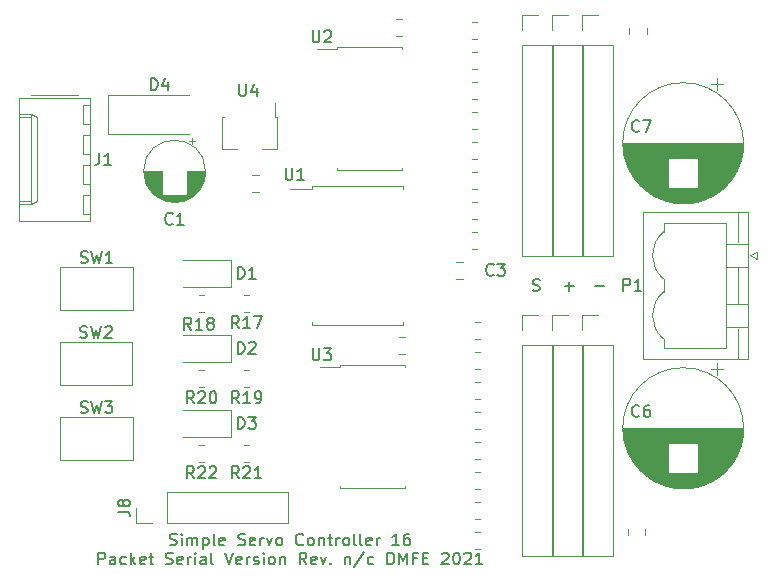
<source format=gto>
%TF.GenerationSoftware,KiCad,Pcbnew,(5.99.0-9393-ga28cb98626)*%
%TF.CreationDate,2021-03-12T19:06:23-08:00*%
%TF.ProjectId,SimpleServoCtrl,53696d70-6c65-4536-9572-766f4374726c,n/c*%
%TF.SameCoordinates,Original*%
%TF.FileFunction,Legend,Top*%
%TF.FilePolarity,Positive*%
%FSLAX46Y46*%
G04 Gerber Fmt 4.6, Leading zero omitted, Abs format (unit mm)*
G04 Created by KiCad (PCBNEW (5.99.0-9393-ga28cb98626)) date 2021-03-12 19:06:23*
%MOMM*%
%LPD*%
G01*
G04 APERTURE LIST*
%ADD10C,0.150000*%
%ADD11C,0.120000*%
G04 APERTURE END LIST*
D10*
X178826047Y-77557428D02*
X179587952Y-77557428D01*
X176286047Y-77557428D02*
X177047952Y-77557428D01*
X176667000Y-77938380D02*
X176667000Y-77176476D01*
X173587285Y-77890761D02*
X173730142Y-77938380D01*
X173968238Y-77938380D01*
X174063476Y-77890761D01*
X174111095Y-77843142D01*
X174158714Y-77747904D01*
X174158714Y-77652666D01*
X174111095Y-77557428D01*
X174063476Y-77509809D01*
X173968238Y-77462190D01*
X173777761Y-77414571D01*
X173682523Y-77366952D01*
X173634904Y-77319333D01*
X173587285Y-77224095D01*
X173587285Y-77128857D01*
X173634904Y-77033619D01*
X173682523Y-76986000D01*
X173777761Y-76938380D01*
X174015857Y-76938380D01*
X174158714Y-76986000D01*
X142854523Y-99437761D02*
X142997380Y-99485380D01*
X143235476Y-99485380D01*
X143330714Y-99437761D01*
X143378333Y-99390142D01*
X143425952Y-99294904D01*
X143425952Y-99199666D01*
X143378333Y-99104428D01*
X143330714Y-99056809D01*
X143235476Y-99009190D01*
X143045000Y-98961571D01*
X142949761Y-98913952D01*
X142902142Y-98866333D01*
X142854523Y-98771095D01*
X142854523Y-98675857D01*
X142902142Y-98580619D01*
X142949761Y-98533000D01*
X143045000Y-98485380D01*
X143283095Y-98485380D01*
X143425952Y-98533000D01*
X143854523Y-99485380D02*
X143854523Y-98818714D01*
X143854523Y-98485380D02*
X143806904Y-98533000D01*
X143854523Y-98580619D01*
X143902142Y-98533000D01*
X143854523Y-98485380D01*
X143854523Y-98580619D01*
X144330714Y-99485380D02*
X144330714Y-98818714D01*
X144330714Y-98913952D02*
X144378333Y-98866333D01*
X144473571Y-98818714D01*
X144616428Y-98818714D01*
X144711666Y-98866333D01*
X144759285Y-98961571D01*
X144759285Y-99485380D01*
X144759285Y-98961571D02*
X144806904Y-98866333D01*
X144902142Y-98818714D01*
X145045000Y-98818714D01*
X145140238Y-98866333D01*
X145187857Y-98961571D01*
X145187857Y-99485380D01*
X145664047Y-98818714D02*
X145664047Y-99818714D01*
X145664047Y-98866333D02*
X145759285Y-98818714D01*
X145949761Y-98818714D01*
X146045000Y-98866333D01*
X146092619Y-98913952D01*
X146140238Y-99009190D01*
X146140238Y-99294904D01*
X146092619Y-99390142D01*
X146045000Y-99437761D01*
X145949761Y-99485380D01*
X145759285Y-99485380D01*
X145664047Y-99437761D01*
X146711666Y-99485380D02*
X146616428Y-99437761D01*
X146568809Y-99342523D01*
X146568809Y-98485380D01*
X147473571Y-99437761D02*
X147378333Y-99485380D01*
X147187857Y-99485380D01*
X147092619Y-99437761D01*
X147045000Y-99342523D01*
X147045000Y-98961571D01*
X147092619Y-98866333D01*
X147187857Y-98818714D01*
X147378333Y-98818714D01*
X147473571Y-98866333D01*
X147521190Y-98961571D01*
X147521190Y-99056809D01*
X147045000Y-99152047D01*
X148664047Y-99437761D02*
X148806904Y-99485380D01*
X149045000Y-99485380D01*
X149140238Y-99437761D01*
X149187857Y-99390142D01*
X149235476Y-99294904D01*
X149235476Y-99199666D01*
X149187857Y-99104428D01*
X149140238Y-99056809D01*
X149045000Y-99009190D01*
X148854523Y-98961571D01*
X148759285Y-98913952D01*
X148711666Y-98866333D01*
X148664047Y-98771095D01*
X148664047Y-98675857D01*
X148711666Y-98580619D01*
X148759285Y-98533000D01*
X148854523Y-98485380D01*
X149092619Y-98485380D01*
X149235476Y-98533000D01*
X150045000Y-99437761D02*
X149949761Y-99485380D01*
X149759285Y-99485380D01*
X149664047Y-99437761D01*
X149616428Y-99342523D01*
X149616428Y-98961571D01*
X149664047Y-98866333D01*
X149759285Y-98818714D01*
X149949761Y-98818714D01*
X150045000Y-98866333D01*
X150092619Y-98961571D01*
X150092619Y-99056809D01*
X149616428Y-99152047D01*
X150521190Y-99485380D02*
X150521190Y-98818714D01*
X150521190Y-99009190D02*
X150568809Y-98913952D01*
X150616428Y-98866333D01*
X150711666Y-98818714D01*
X150806904Y-98818714D01*
X151045000Y-98818714D02*
X151283095Y-99485380D01*
X151521190Y-98818714D01*
X152045000Y-99485380D02*
X151949761Y-99437761D01*
X151902142Y-99390142D01*
X151854523Y-99294904D01*
X151854523Y-99009190D01*
X151902142Y-98913952D01*
X151949761Y-98866333D01*
X152045000Y-98818714D01*
X152187857Y-98818714D01*
X152283095Y-98866333D01*
X152330714Y-98913952D01*
X152378333Y-99009190D01*
X152378333Y-99294904D01*
X152330714Y-99390142D01*
X152283095Y-99437761D01*
X152187857Y-99485380D01*
X152045000Y-99485380D01*
X154140238Y-99390142D02*
X154092619Y-99437761D01*
X153949761Y-99485380D01*
X153854523Y-99485380D01*
X153711666Y-99437761D01*
X153616428Y-99342523D01*
X153568809Y-99247285D01*
X153521190Y-99056809D01*
X153521190Y-98913952D01*
X153568809Y-98723476D01*
X153616428Y-98628238D01*
X153711666Y-98533000D01*
X153854523Y-98485380D01*
X153949761Y-98485380D01*
X154092619Y-98533000D01*
X154140238Y-98580619D01*
X154711666Y-99485380D02*
X154616428Y-99437761D01*
X154568809Y-99390142D01*
X154521190Y-99294904D01*
X154521190Y-99009190D01*
X154568809Y-98913952D01*
X154616428Y-98866333D01*
X154711666Y-98818714D01*
X154854523Y-98818714D01*
X154949761Y-98866333D01*
X154997380Y-98913952D01*
X155045000Y-99009190D01*
X155045000Y-99294904D01*
X154997380Y-99390142D01*
X154949761Y-99437761D01*
X154854523Y-99485380D01*
X154711666Y-99485380D01*
X155473571Y-98818714D02*
X155473571Y-99485380D01*
X155473571Y-98913952D02*
X155521190Y-98866333D01*
X155616428Y-98818714D01*
X155759285Y-98818714D01*
X155854523Y-98866333D01*
X155902142Y-98961571D01*
X155902142Y-99485380D01*
X156235476Y-98818714D02*
X156616428Y-98818714D01*
X156378333Y-98485380D02*
X156378333Y-99342523D01*
X156425952Y-99437761D01*
X156521190Y-99485380D01*
X156616428Y-99485380D01*
X156949761Y-99485380D02*
X156949761Y-98818714D01*
X156949761Y-99009190D02*
X156997380Y-98913952D01*
X157045000Y-98866333D01*
X157140238Y-98818714D01*
X157235476Y-98818714D01*
X157711666Y-99485380D02*
X157616428Y-99437761D01*
X157568809Y-99390142D01*
X157521190Y-99294904D01*
X157521190Y-99009190D01*
X157568809Y-98913952D01*
X157616428Y-98866333D01*
X157711666Y-98818714D01*
X157854523Y-98818714D01*
X157949761Y-98866333D01*
X157997380Y-98913952D01*
X158045000Y-99009190D01*
X158045000Y-99294904D01*
X157997380Y-99390142D01*
X157949761Y-99437761D01*
X157854523Y-99485380D01*
X157711666Y-99485380D01*
X158616428Y-99485380D02*
X158521190Y-99437761D01*
X158473571Y-99342523D01*
X158473571Y-98485380D01*
X159140238Y-99485380D02*
X159045000Y-99437761D01*
X158997380Y-99342523D01*
X158997380Y-98485380D01*
X159902142Y-99437761D02*
X159806904Y-99485380D01*
X159616428Y-99485380D01*
X159521190Y-99437761D01*
X159473571Y-99342523D01*
X159473571Y-98961571D01*
X159521190Y-98866333D01*
X159616428Y-98818714D01*
X159806904Y-98818714D01*
X159902142Y-98866333D01*
X159949761Y-98961571D01*
X159949761Y-99056809D01*
X159473571Y-99152047D01*
X160378333Y-99485380D02*
X160378333Y-98818714D01*
X160378333Y-99009190D02*
X160425952Y-98913952D01*
X160473571Y-98866333D01*
X160568809Y-98818714D01*
X160664047Y-98818714D01*
X162283095Y-99485380D02*
X161711666Y-99485380D01*
X161997380Y-99485380D02*
X161997380Y-98485380D01*
X161902142Y-98628238D01*
X161806904Y-98723476D01*
X161711666Y-98771095D01*
X163140238Y-98485380D02*
X162949761Y-98485380D01*
X162854523Y-98533000D01*
X162806904Y-98580619D01*
X162711666Y-98723476D01*
X162664047Y-98913952D01*
X162664047Y-99294904D01*
X162711666Y-99390142D01*
X162759285Y-99437761D01*
X162854523Y-99485380D01*
X163045000Y-99485380D01*
X163140238Y-99437761D01*
X163187857Y-99390142D01*
X163235476Y-99294904D01*
X163235476Y-99056809D01*
X163187857Y-98961571D01*
X163140238Y-98913952D01*
X163045000Y-98866333D01*
X162854523Y-98866333D01*
X162759285Y-98913952D01*
X162711666Y-98961571D01*
X162664047Y-99056809D01*
X136806904Y-101095380D02*
X136806904Y-100095380D01*
X137187857Y-100095380D01*
X137283095Y-100143000D01*
X137330714Y-100190619D01*
X137378333Y-100285857D01*
X137378333Y-100428714D01*
X137330714Y-100523952D01*
X137283095Y-100571571D01*
X137187857Y-100619190D01*
X136806904Y-100619190D01*
X138235476Y-101095380D02*
X138235476Y-100571571D01*
X138187857Y-100476333D01*
X138092619Y-100428714D01*
X137902142Y-100428714D01*
X137806904Y-100476333D01*
X138235476Y-101047761D02*
X138140238Y-101095380D01*
X137902142Y-101095380D01*
X137806904Y-101047761D01*
X137759285Y-100952523D01*
X137759285Y-100857285D01*
X137806904Y-100762047D01*
X137902142Y-100714428D01*
X138140238Y-100714428D01*
X138235476Y-100666809D01*
X139140238Y-101047761D02*
X139045000Y-101095380D01*
X138854523Y-101095380D01*
X138759285Y-101047761D01*
X138711666Y-101000142D01*
X138664047Y-100904904D01*
X138664047Y-100619190D01*
X138711666Y-100523952D01*
X138759285Y-100476333D01*
X138854523Y-100428714D01*
X139045000Y-100428714D01*
X139140238Y-100476333D01*
X139568809Y-101095380D02*
X139568809Y-100095380D01*
X139664047Y-100714428D02*
X139949761Y-101095380D01*
X139949761Y-100428714D02*
X139568809Y-100809666D01*
X140759285Y-101047761D02*
X140664047Y-101095380D01*
X140473571Y-101095380D01*
X140378333Y-101047761D01*
X140330714Y-100952523D01*
X140330714Y-100571571D01*
X140378333Y-100476333D01*
X140473571Y-100428714D01*
X140664047Y-100428714D01*
X140759285Y-100476333D01*
X140806904Y-100571571D01*
X140806904Y-100666809D01*
X140330714Y-100762047D01*
X141092619Y-100428714D02*
X141473571Y-100428714D01*
X141235476Y-100095380D02*
X141235476Y-100952523D01*
X141283095Y-101047761D01*
X141378333Y-101095380D01*
X141473571Y-101095380D01*
X142521190Y-101047761D02*
X142664047Y-101095380D01*
X142902142Y-101095380D01*
X142997380Y-101047761D01*
X143045000Y-101000142D01*
X143092619Y-100904904D01*
X143092619Y-100809666D01*
X143045000Y-100714428D01*
X142997380Y-100666809D01*
X142902142Y-100619190D01*
X142711666Y-100571571D01*
X142616428Y-100523952D01*
X142568809Y-100476333D01*
X142521190Y-100381095D01*
X142521190Y-100285857D01*
X142568809Y-100190619D01*
X142616428Y-100143000D01*
X142711666Y-100095380D01*
X142949761Y-100095380D01*
X143092619Y-100143000D01*
X143902142Y-101047761D02*
X143806904Y-101095380D01*
X143616428Y-101095380D01*
X143521190Y-101047761D01*
X143473571Y-100952523D01*
X143473571Y-100571571D01*
X143521190Y-100476333D01*
X143616428Y-100428714D01*
X143806904Y-100428714D01*
X143902142Y-100476333D01*
X143949761Y-100571571D01*
X143949761Y-100666809D01*
X143473571Y-100762047D01*
X144378333Y-101095380D02*
X144378333Y-100428714D01*
X144378333Y-100619190D02*
X144425952Y-100523952D01*
X144473571Y-100476333D01*
X144568809Y-100428714D01*
X144664047Y-100428714D01*
X144997380Y-101095380D02*
X144997380Y-100428714D01*
X144997380Y-100095380D02*
X144949761Y-100143000D01*
X144997380Y-100190619D01*
X145045000Y-100143000D01*
X144997380Y-100095380D01*
X144997380Y-100190619D01*
X145902142Y-101095380D02*
X145902142Y-100571571D01*
X145854523Y-100476333D01*
X145759285Y-100428714D01*
X145568809Y-100428714D01*
X145473571Y-100476333D01*
X145902142Y-101047761D02*
X145806904Y-101095380D01*
X145568809Y-101095380D01*
X145473571Y-101047761D01*
X145425952Y-100952523D01*
X145425952Y-100857285D01*
X145473571Y-100762047D01*
X145568809Y-100714428D01*
X145806904Y-100714428D01*
X145902142Y-100666809D01*
X146521190Y-101095380D02*
X146425952Y-101047761D01*
X146378333Y-100952523D01*
X146378333Y-100095380D01*
X147521190Y-100095380D02*
X147854523Y-101095380D01*
X148187857Y-100095380D01*
X148902142Y-101047761D02*
X148806904Y-101095380D01*
X148616428Y-101095380D01*
X148521190Y-101047761D01*
X148473571Y-100952523D01*
X148473571Y-100571571D01*
X148521190Y-100476333D01*
X148616428Y-100428714D01*
X148806904Y-100428714D01*
X148902142Y-100476333D01*
X148949761Y-100571571D01*
X148949761Y-100666809D01*
X148473571Y-100762047D01*
X149378333Y-101095380D02*
X149378333Y-100428714D01*
X149378333Y-100619190D02*
X149425952Y-100523952D01*
X149473571Y-100476333D01*
X149568809Y-100428714D01*
X149664047Y-100428714D01*
X149949761Y-101047761D02*
X150045000Y-101095380D01*
X150235476Y-101095380D01*
X150330714Y-101047761D01*
X150378333Y-100952523D01*
X150378333Y-100904904D01*
X150330714Y-100809666D01*
X150235476Y-100762047D01*
X150092619Y-100762047D01*
X149997380Y-100714428D01*
X149949761Y-100619190D01*
X149949761Y-100571571D01*
X149997380Y-100476333D01*
X150092619Y-100428714D01*
X150235476Y-100428714D01*
X150330714Y-100476333D01*
X150806904Y-101095380D02*
X150806904Y-100428714D01*
X150806904Y-100095380D02*
X150759285Y-100143000D01*
X150806904Y-100190619D01*
X150854523Y-100143000D01*
X150806904Y-100095380D01*
X150806904Y-100190619D01*
X151425952Y-101095380D02*
X151330714Y-101047761D01*
X151283095Y-101000142D01*
X151235476Y-100904904D01*
X151235476Y-100619190D01*
X151283095Y-100523952D01*
X151330714Y-100476333D01*
X151425952Y-100428714D01*
X151568809Y-100428714D01*
X151664047Y-100476333D01*
X151711666Y-100523952D01*
X151759285Y-100619190D01*
X151759285Y-100904904D01*
X151711666Y-101000142D01*
X151664047Y-101047761D01*
X151568809Y-101095380D01*
X151425952Y-101095380D01*
X152187857Y-100428714D02*
X152187857Y-101095380D01*
X152187857Y-100523952D02*
X152235476Y-100476333D01*
X152330714Y-100428714D01*
X152473571Y-100428714D01*
X152568809Y-100476333D01*
X152616428Y-100571571D01*
X152616428Y-101095380D01*
X154425952Y-101095380D02*
X154092619Y-100619190D01*
X153854523Y-101095380D02*
X153854523Y-100095380D01*
X154235476Y-100095380D01*
X154330714Y-100143000D01*
X154378333Y-100190619D01*
X154425952Y-100285857D01*
X154425952Y-100428714D01*
X154378333Y-100523952D01*
X154330714Y-100571571D01*
X154235476Y-100619190D01*
X153854523Y-100619190D01*
X155235476Y-101047761D02*
X155140238Y-101095380D01*
X154949761Y-101095380D01*
X154854523Y-101047761D01*
X154806904Y-100952523D01*
X154806904Y-100571571D01*
X154854523Y-100476333D01*
X154949761Y-100428714D01*
X155140238Y-100428714D01*
X155235476Y-100476333D01*
X155283095Y-100571571D01*
X155283095Y-100666809D01*
X154806904Y-100762047D01*
X155616428Y-100428714D02*
X155854523Y-101095380D01*
X156092619Y-100428714D01*
X156473571Y-101000142D02*
X156521190Y-101047761D01*
X156473571Y-101095380D01*
X156425952Y-101047761D01*
X156473571Y-101000142D01*
X156473571Y-101095380D01*
X157711666Y-100428714D02*
X157711666Y-101095380D01*
X157711666Y-100523952D02*
X157759285Y-100476333D01*
X157854523Y-100428714D01*
X157997380Y-100428714D01*
X158092619Y-100476333D01*
X158140238Y-100571571D01*
X158140238Y-101095380D01*
X159330714Y-100047761D02*
X158473571Y-101333476D01*
X160092619Y-101047761D02*
X159997380Y-101095380D01*
X159806904Y-101095380D01*
X159711666Y-101047761D01*
X159664047Y-101000142D01*
X159616428Y-100904904D01*
X159616428Y-100619190D01*
X159664047Y-100523952D01*
X159711666Y-100476333D01*
X159806904Y-100428714D01*
X159997380Y-100428714D01*
X160092619Y-100476333D01*
X161283095Y-101095380D02*
X161283095Y-100095380D01*
X161521190Y-100095380D01*
X161664047Y-100143000D01*
X161759285Y-100238238D01*
X161806904Y-100333476D01*
X161854523Y-100523952D01*
X161854523Y-100666809D01*
X161806904Y-100857285D01*
X161759285Y-100952523D01*
X161664047Y-101047761D01*
X161521190Y-101095380D01*
X161283095Y-101095380D01*
X162283095Y-101095380D02*
X162283095Y-100095380D01*
X162616428Y-100809666D01*
X162949761Y-100095380D01*
X162949761Y-101095380D01*
X163759285Y-100571571D02*
X163425952Y-100571571D01*
X163425952Y-101095380D02*
X163425952Y-100095380D01*
X163902142Y-100095380D01*
X164283095Y-100571571D02*
X164616428Y-100571571D01*
X164759285Y-101095380D02*
X164283095Y-101095380D01*
X164283095Y-100095380D01*
X164759285Y-100095380D01*
X165902142Y-100190619D02*
X165949761Y-100143000D01*
X166045000Y-100095380D01*
X166283095Y-100095380D01*
X166378333Y-100143000D01*
X166425952Y-100190619D01*
X166473571Y-100285857D01*
X166473571Y-100381095D01*
X166425952Y-100523952D01*
X165854523Y-101095380D01*
X166473571Y-101095380D01*
X167092619Y-100095380D02*
X167187857Y-100095380D01*
X167283095Y-100143000D01*
X167330714Y-100190619D01*
X167378333Y-100285857D01*
X167425952Y-100476333D01*
X167425952Y-100714428D01*
X167378333Y-100904904D01*
X167330714Y-101000142D01*
X167283095Y-101047761D01*
X167187857Y-101095380D01*
X167092619Y-101095380D01*
X166997380Y-101047761D01*
X166949761Y-101000142D01*
X166902142Y-100904904D01*
X166854523Y-100714428D01*
X166854523Y-100476333D01*
X166902142Y-100285857D01*
X166949761Y-100190619D01*
X166997380Y-100143000D01*
X167092619Y-100095380D01*
X167806904Y-100190619D02*
X167854523Y-100143000D01*
X167949761Y-100095380D01*
X168187857Y-100095380D01*
X168283095Y-100143000D01*
X168330714Y-100190619D01*
X168378333Y-100285857D01*
X168378333Y-100381095D01*
X168330714Y-100523952D01*
X167759285Y-101095380D01*
X168378333Y-101095380D01*
X169330714Y-101095380D02*
X168759285Y-101095380D01*
X169045000Y-101095380D02*
X169045000Y-100095380D01*
X168949761Y-100238238D01*
X168854523Y-100333476D01*
X168759285Y-100381095D01*
%TO.C,U4*%
X148727095Y-60428380D02*
X148727095Y-61237904D01*
X148774714Y-61333142D01*
X148822333Y-61380761D01*
X148917571Y-61428380D01*
X149108047Y-61428380D01*
X149203285Y-61380761D01*
X149250904Y-61333142D01*
X149298523Y-61237904D01*
X149298523Y-60428380D01*
X150203285Y-60761714D02*
X150203285Y-61428380D01*
X149965190Y-60380761D02*
X149727095Y-61095047D01*
X150346142Y-61095047D01*
%TO.C,U3*%
X154940095Y-82810380D02*
X154940095Y-83619904D01*
X154987714Y-83715142D01*
X155035333Y-83762761D01*
X155130571Y-83810380D01*
X155321047Y-83810380D01*
X155416285Y-83762761D01*
X155463904Y-83715142D01*
X155511523Y-83619904D01*
X155511523Y-82810380D01*
X155892476Y-82810380D02*
X156511523Y-82810380D01*
X156178190Y-83191333D01*
X156321047Y-83191333D01*
X156416285Y-83238952D01*
X156463904Y-83286571D01*
X156511523Y-83381809D01*
X156511523Y-83619904D01*
X156463904Y-83715142D01*
X156416285Y-83762761D01*
X156321047Y-83810380D01*
X156035333Y-83810380D01*
X155940095Y-83762761D01*
X155892476Y-83715142D01*
%TO.C,U2*%
X154940095Y-55886380D02*
X154940095Y-56695904D01*
X154987714Y-56791142D01*
X155035333Y-56838761D01*
X155130571Y-56886380D01*
X155321047Y-56886380D01*
X155416285Y-56838761D01*
X155463904Y-56791142D01*
X155511523Y-56695904D01*
X155511523Y-55886380D01*
X155940095Y-55981619D02*
X155987714Y-55934000D01*
X156082952Y-55886380D01*
X156321047Y-55886380D01*
X156416285Y-55934000D01*
X156463904Y-55981619D01*
X156511523Y-56076857D01*
X156511523Y-56172095D01*
X156463904Y-56314952D01*
X155892476Y-56886380D01*
X156511523Y-56886380D01*
%TO.C,U1*%
X152654095Y-67524380D02*
X152654095Y-68333904D01*
X152701714Y-68429142D01*
X152749333Y-68476761D01*
X152844571Y-68524380D01*
X153035047Y-68524380D01*
X153130285Y-68476761D01*
X153177904Y-68429142D01*
X153225523Y-68333904D01*
X153225523Y-67524380D01*
X154225523Y-68524380D02*
X153654095Y-68524380D01*
X153939809Y-68524380D02*
X153939809Y-67524380D01*
X153844571Y-67667238D01*
X153749333Y-67762476D01*
X153654095Y-67810095D01*
%TO.C,SW3*%
X135318666Y-88228761D02*
X135461523Y-88276380D01*
X135699619Y-88276380D01*
X135794857Y-88228761D01*
X135842476Y-88181142D01*
X135890095Y-88085904D01*
X135890095Y-87990666D01*
X135842476Y-87895428D01*
X135794857Y-87847809D01*
X135699619Y-87800190D01*
X135509142Y-87752571D01*
X135413904Y-87704952D01*
X135366285Y-87657333D01*
X135318666Y-87562095D01*
X135318666Y-87466857D01*
X135366285Y-87371619D01*
X135413904Y-87324000D01*
X135509142Y-87276380D01*
X135747238Y-87276380D01*
X135890095Y-87324000D01*
X136223428Y-87276380D02*
X136461523Y-88276380D01*
X136652000Y-87562095D01*
X136842476Y-88276380D01*
X137080571Y-87276380D01*
X137366285Y-87276380D02*
X137985333Y-87276380D01*
X137652000Y-87657333D01*
X137794857Y-87657333D01*
X137890095Y-87704952D01*
X137937714Y-87752571D01*
X137985333Y-87847809D01*
X137985333Y-88085904D01*
X137937714Y-88181142D01*
X137890095Y-88228761D01*
X137794857Y-88276380D01*
X137509142Y-88276380D01*
X137413904Y-88228761D01*
X137366285Y-88181142D01*
%TO.C,SW2*%
X135278891Y-81878761D02*
X135421748Y-81926380D01*
X135659844Y-81926380D01*
X135755082Y-81878761D01*
X135802701Y-81831142D01*
X135850320Y-81735904D01*
X135850320Y-81640666D01*
X135802701Y-81545428D01*
X135755082Y-81497809D01*
X135659844Y-81450190D01*
X135469367Y-81402571D01*
X135374129Y-81354952D01*
X135326510Y-81307333D01*
X135278891Y-81212095D01*
X135278891Y-81116857D01*
X135326510Y-81021619D01*
X135374129Y-80974000D01*
X135469367Y-80926380D01*
X135707463Y-80926380D01*
X135850320Y-80974000D01*
X136183653Y-80926380D02*
X136421748Y-81926380D01*
X136612225Y-81212095D01*
X136802701Y-81926380D01*
X137040796Y-80926380D01*
X137374129Y-81021619D02*
X137421748Y-80974000D01*
X137516986Y-80926380D01*
X137755082Y-80926380D01*
X137850320Y-80974000D01*
X137897939Y-81021619D01*
X137945558Y-81116857D01*
X137945558Y-81212095D01*
X137897939Y-81354952D01*
X137326510Y-81926380D01*
X137945558Y-81926380D01*
%TO.C,SW1*%
X135318666Y-75528761D02*
X135461523Y-75576380D01*
X135699619Y-75576380D01*
X135794857Y-75528761D01*
X135842476Y-75481142D01*
X135890095Y-75385904D01*
X135890095Y-75290666D01*
X135842476Y-75195428D01*
X135794857Y-75147809D01*
X135699619Y-75100190D01*
X135509142Y-75052571D01*
X135413904Y-75004952D01*
X135366285Y-74957333D01*
X135318666Y-74862095D01*
X135318666Y-74766857D01*
X135366285Y-74671619D01*
X135413904Y-74624000D01*
X135509142Y-74576380D01*
X135747238Y-74576380D01*
X135890095Y-74624000D01*
X136223428Y-74576380D02*
X136461523Y-75576380D01*
X136652000Y-74862095D01*
X136842476Y-75576380D01*
X137080571Y-74576380D01*
X137985333Y-75576380D02*
X137413904Y-75576380D01*
X137699619Y-75576380D02*
X137699619Y-74576380D01*
X137604380Y-74719238D01*
X137509142Y-74814476D01*
X137413904Y-74862095D01*
%TO.C,R22*%
X144899142Y-93796380D02*
X144565809Y-93320190D01*
X144327714Y-93796380D02*
X144327714Y-92796380D01*
X144708666Y-92796380D01*
X144803904Y-92844000D01*
X144851523Y-92891619D01*
X144899142Y-92986857D01*
X144899142Y-93129714D01*
X144851523Y-93224952D01*
X144803904Y-93272571D01*
X144708666Y-93320190D01*
X144327714Y-93320190D01*
X145280095Y-92891619D02*
X145327714Y-92844000D01*
X145422952Y-92796380D01*
X145661047Y-92796380D01*
X145756285Y-92844000D01*
X145803904Y-92891619D01*
X145851523Y-92986857D01*
X145851523Y-93082095D01*
X145803904Y-93224952D01*
X145232476Y-93796380D01*
X145851523Y-93796380D01*
X146232476Y-92891619D02*
X146280095Y-92844000D01*
X146375333Y-92796380D01*
X146613428Y-92796380D01*
X146708666Y-92844000D01*
X146756285Y-92891619D01*
X146803904Y-92986857D01*
X146803904Y-93082095D01*
X146756285Y-93224952D01*
X146184857Y-93796380D01*
X146803904Y-93796380D01*
%TO.C,R21*%
X148709142Y-93796380D02*
X148375809Y-93320190D01*
X148137714Y-93796380D02*
X148137714Y-92796380D01*
X148518666Y-92796380D01*
X148613904Y-92844000D01*
X148661523Y-92891619D01*
X148709142Y-92986857D01*
X148709142Y-93129714D01*
X148661523Y-93224952D01*
X148613904Y-93272571D01*
X148518666Y-93320190D01*
X148137714Y-93320190D01*
X149090095Y-92891619D02*
X149137714Y-92844000D01*
X149232952Y-92796380D01*
X149471047Y-92796380D01*
X149566285Y-92844000D01*
X149613904Y-92891619D01*
X149661523Y-92986857D01*
X149661523Y-93082095D01*
X149613904Y-93224952D01*
X149042476Y-93796380D01*
X149661523Y-93796380D01*
X150613904Y-93796380D02*
X150042476Y-93796380D01*
X150328190Y-93796380D02*
X150328190Y-92796380D01*
X150232952Y-92939238D01*
X150137714Y-93034476D01*
X150042476Y-93082095D01*
%TO.C,R20*%
X144899142Y-87446380D02*
X144565809Y-86970190D01*
X144327714Y-87446380D02*
X144327714Y-86446380D01*
X144708666Y-86446380D01*
X144803904Y-86494000D01*
X144851523Y-86541619D01*
X144899142Y-86636857D01*
X144899142Y-86779714D01*
X144851523Y-86874952D01*
X144803904Y-86922571D01*
X144708666Y-86970190D01*
X144327714Y-86970190D01*
X145280095Y-86541619D02*
X145327714Y-86494000D01*
X145422952Y-86446380D01*
X145661047Y-86446380D01*
X145756285Y-86494000D01*
X145803904Y-86541619D01*
X145851523Y-86636857D01*
X145851523Y-86732095D01*
X145803904Y-86874952D01*
X145232476Y-87446380D01*
X145851523Y-87446380D01*
X146470571Y-86446380D02*
X146565809Y-86446380D01*
X146661047Y-86494000D01*
X146708666Y-86541619D01*
X146756285Y-86636857D01*
X146803904Y-86827333D01*
X146803904Y-87065428D01*
X146756285Y-87255904D01*
X146708666Y-87351142D01*
X146661047Y-87398761D01*
X146565809Y-87446380D01*
X146470571Y-87446380D01*
X146375333Y-87398761D01*
X146327714Y-87351142D01*
X146280095Y-87255904D01*
X146232476Y-87065428D01*
X146232476Y-86827333D01*
X146280095Y-86636857D01*
X146327714Y-86541619D01*
X146375333Y-86494000D01*
X146470571Y-86446380D01*
%TO.C,R19*%
X148709142Y-87446380D02*
X148375809Y-86970190D01*
X148137714Y-87446380D02*
X148137714Y-86446380D01*
X148518666Y-86446380D01*
X148613904Y-86494000D01*
X148661523Y-86541619D01*
X148709142Y-86636857D01*
X148709142Y-86779714D01*
X148661523Y-86874952D01*
X148613904Y-86922571D01*
X148518666Y-86970190D01*
X148137714Y-86970190D01*
X149661523Y-87446380D02*
X149090095Y-87446380D01*
X149375809Y-87446380D02*
X149375809Y-86446380D01*
X149280571Y-86589238D01*
X149185333Y-86684476D01*
X149090095Y-86732095D01*
X150137714Y-87446380D02*
X150328190Y-87446380D01*
X150423428Y-87398761D01*
X150471047Y-87351142D01*
X150566285Y-87208285D01*
X150613904Y-87017809D01*
X150613904Y-86636857D01*
X150566285Y-86541619D01*
X150518666Y-86494000D01*
X150423428Y-86446380D01*
X150232952Y-86446380D01*
X150137714Y-86494000D01*
X150090095Y-86541619D01*
X150042476Y-86636857D01*
X150042476Y-86874952D01*
X150090095Y-86970190D01*
X150137714Y-87017809D01*
X150232952Y-87065428D01*
X150423428Y-87065428D01*
X150518666Y-87017809D01*
X150566285Y-86970190D01*
X150613904Y-86874952D01*
%TO.C,R18*%
X144672078Y-81224380D02*
X144338745Y-80748190D01*
X144100650Y-81224380D02*
X144100650Y-80224380D01*
X144481602Y-80224380D01*
X144576840Y-80272000D01*
X144624459Y-80319619D01*
X144672078Y-80414857D01*
X144672078Y-80557714D01*
X144624459Y-80652952D01*
X144576840Y-80700571D01*
X144481602Y-80748190D01*
X144100650Y-80748190D01*
X145624459Y-81224380D02*
X145053031Y-81224380D01*
X145338745Y-81224380D02*
X145338745Y-80224380D01*
X145243507Y-80367238D01*
X145148269Y-80462476D01*
X145053031Y-80510095D01*
X146195888Y-80652952D02*
X146100650Y-80605333D01*
X146053031Y-80557714D01*
X146005412Y-80462476D01*
X146005412Y-80414857D01*
X146053031Y-80319619D01*
X146100650Y-80272000D01*
X146195888Y-80224380D01*
X146386364Y-80224380D01*
X146481602Y-80272000D01*
X146529221Y-80319619D01*
X146576840Y-80414857D01*
X146576840Y-80462476D01*
X146529221Y-80557714D01*
X146481602Y-80605333D01*
X146386364Y-80652952D01*
X146195888Y-80652952D01*
X146100650Y-80700571D01*
X146053031Y-80748190D01*
X146005412Y-80843428D01*
X146005412Y-81033904D01*
X146053031Y-81129142D01*
X146100650Y-81176761D01*
X146195888Y-81224380D01*
X146386364Y-81224380D01*
X146481602Y-81176761D01*
X146529221Y-81129142D01*
X146576840Y-81033904D01*
X146576840Y-80843428D01*
X146529221Y-80748190D01*
X146481602Y-80700571D01*
X146386364Y-80652952D01*
%TO.C,R17*%
X148709142Y-81096380D02*
X148375809Y-80620190D01*
X148137714Y-81096380D02*
X148137714Y-80096380D01*
X148518666Y-80096380D01*
X148613904Y-80144000D01*
X148661523Y-80191619D01*
X148709142Y-80286857D01*
X148709142Y-80429714D01*
X148661523Y-80524952D01*
X148613904Y-80572571D01*
X148518666Y-80620190D01*
X148137714Y-80620190D01*
X149661523Y-81096380D02*
X149090095Y-81096380D01*
X149375809Y-81096380D02*
X149375809Y-80096380D01*
X149280571Y-80239238D01*
X149185333Y-80334476D01*
X149090095Y-80382095D01*
X149994857Y-80096380D02*
X150661523Y-80096380D01*
X150232952Y-81096380D01*
%TO.C,P1*%
X181262904Y-77922380D02*
X181262904Y-76922380D01*
X181643857Y-76922380D01*
X181739095Y-76970000D01*
X181786714Y-77017619D01*
X181834333Y-77112857D01*
X181834333Y-77255714D01*
X181786714Y-77350952D01*
X181739095Y-77398571D01*
X181643857Y-77446190D01*
X181262904Y-77446190D01*
X182786714Y-77922380D02*
X182215285Y-77922380D01*
X182501000Y-77922380D02*
X182501000Y-76922380D01*
X182405761Y-77065238D01*
X182310523Y-77160476D01*
X182215285Y-77208095D01*
%TO.C,J8*%
X138483380Y-96615333D02*
X139197666Y-96615333D01*
X139340523Y-96662952D01*
X139435761Y-96758190D01*
X139483380Y-96901047D01*
X139483380Y-96996285D01*
X138911952Y-95996285D02*
X138864333Y-96091523D01*
X138816714Y-96139142D01*
X138721476Y-96186761D01*
X138673857Y-96186761D01*
X138578619Y-96139142D01*
X138531000Y-96091523D01*
X138483380Y-95996285D01*
X138483380Y-95805809D01*
X138531000Y-95710571D01*
X138578619Y-95662952D01*
X138673857Y-95615333D01*
X138721476Y-95615333D01*
X138816714Y-95662952D01*
X138864333Y-95710571D01*
X138911952Y-95805809D01*
X138911952Y-95996285D01*
X138959571Y-96091523D01*
X139007190Y-96139142D01*
X139102428Y-96186761D01*
X139292904Y-96186761D01*
X139388142Y-96139142D01*
X139435761Y-96091523D01*
X139483380Y-95996285D01*
X139483380Y-95805809D01*
X139435761Y-95710571D01*
X139388142Y-95662952D01*
X139292904Y-95615333D01*
X139102428Y-95615333D01*
X139007190Y-95662952D01*
X138959571Y-95710571D01*
X138911952Y-95805809D01*
%TO.C,J1*%
X136882666Y-66254380D02*
X136882666Y-66968666D01*
X136835047Y-67111523D01*
X136739809Y-67206761D01*
X136596952Y-67254380D01*
X136501714Y-67254380D01*
X137882666Y-67254380D02*
X137311238Y-67254380D01*
X137596952Y-67254380D02*
X137596952Y-66254380D01*
X137501714Y-66397238D01*
X137406476Y-66492476D01*
X137311238Y-66540095D01*
%TO.C,D4*%
X141247904Y-60944380D02*
X141247904Y-59944380D01*
X141486000Y-59944380D01*
X141628857Y-59992000D01*
X141724095Y-60087238D01*
X141771714Y-60182476D01*
X141819333Y-60372952D01*
X141819333Y-60515809D01*
X141771714Y-60706285D01*
X141724095Y-60801523D01*
X141628857Y-60896761D01*
X141486000Y-60944380D01*
X141247904Y-60944380D01*
X142676476Y-60277714D02*
X142676476Y-60944380D01*
X142438380Y-59896761D02*
X142200285Y-60611047D01*
X142819333Y-60611047D01*
%TO.C,D3*%
X148613904Y-89606380D02*
X148613904Y-88606380D01*
X148852000Y-88606380D01*
X148994857Y-88654000D01*
X149090095Y-88749238D01*
X149137714Y-88844476D01*
X149185333Y-89034952D01*
X149185333Y-89177809D01*
X149137714Y-89368285D01*
X149090095Y-89463523D01*
X148994857Y-89558761D01*
X148852000Y-89606380D01*
X148613904Y-89606380D01*
X149518666Y-88606380D02*
X150137714Y-88606380D01*
X149804380Y-88987333D01*
X149947238Y-88987333D01*
X150042476Y-89034952D01*
X150090095Y-89082571D01*
X150137714Y-89177809D01*
X150137714Y-89415904D01*
X150090095Y-89511142D01*
X150042476Y-89558761D01*
X149947238Y-89606380D01*
X149661523Y-89606380D01*
X149566285Y-89558761D01*
X149518666Y-89511142D01*
%TO.C,D2*%
X148613904Y-83256380D02*
X148613904Y-82256380D01*
X148852000Y-82256380D01*
X148994857Y-82304000D01*
X149090095Y-82399238D01*
X149137714Y-82494476D01*
X149185333Y-82684952D01*
X149185333Y-82827809D01*
X149137714Y-83018285D01*
X149090095Y-83113523D01*
X148994857Y-83208761D01*
X148852000Y-83256380D01*
X148613904Y-83256380D01*
X149566285Y-82351619D02*
X149613904Y-82304000D01*
X149709142Y-82256380D01*
X149947238Y-82256380D01*
X150042476Y-82304000D01*
X150090095Y-82351619D01*
X150137714Y-82446857D01*
X150137714Y-82542095D01*
X150090095Y-82684952D01*
X149518666Y-83256380D01*
X150137714Y-83256380D01*
%TO.C,D1*%
X148613904Y-76906380D02*
X148613904Y-75906380D01*
X148852000Y-75906380D01*
X148994857Y-75954000D01*
X149090095Y-76049238D01*
X149137714Y-76144476D01*
X149185333Y-76334952D01*
X149185333Y-76477809D01*
X149137714Y-76668285D01*
X149090095Y-76763523D01*
X148994857Y-76858761D01*
X148852000Y-76906380D01*
X148613904Y-76906380D01*
X150137714Y-76906380D02*
X149566285Y-76906380D01*
X149852000Y-76906380D02*
X149852000Y-75906380D01*
X149756761Y-76049238D01*
X149661523Y-76144476D01*
X149566285Y-76192095D01*
%TO.C,C7*%
X182596333Y-64381142D02*
X182548714Y-64428761D01*
X182405857Y-64476380D01*
X182310619Y-64476380D01*
X182167761Y-64428761D01*
X182072523Y-64333523D01*
X182024904Y-64238285D01*
X181977285Y-64047809D01*
X181977285Y-63904952D01*
X182024904Y-63714476D01*
X182072523Y-63619238D01*
X182167761Y-63524000D01*
X182310619Y-63476380D01*
X182405857Y-63476380D01*
X182548714Y-63524000D01*
X182596333Y-63571619D01*
X182929666Y-63476380D02*
X183596333Y-63476380D01*
X183167761Y-64476380D01*
%TO.C,C6*%
X182596333Y-88511142D02*
X182548714Y-88558761D01*
X182405857Y-88606380D01*
X182310619Y-88606380D01*
X182167761Y-88558761D01*
X182072523Y-88463523D01*
X182024904Y-88368285D01*
X181977285Y-88177809D01*
X181977285Y-88034952D01*
X182024904Y-87844476D01*
X182072523Y-87749238D01*
X182167761Y-87654000D01*
X182310619Y-87606380D01*
X182405857Y-87606380D01*
X182548714Y-87654000D01*
X182596333Y-87701619D01*
X183453476Y-87606380D02*
X183263000Y-87606380D01*
X183167761Y-87654000D01*
X183120142Y-87701619D01*
X183024904Y-87844476D01*
X182977285Y-88034952D01*
X182977285Y-88415904D01*
X183024904Y-88511142D01*
X183072523Y-88558761D01*
X183167761Y-88606380D01*
X183358238Y-88606380D01*
X183453476Y-88558761D01*
X183501095Y-88511142D01*
X183548714Y-88415904D01*
X183548714Y-88177809D01*
X183501095Y-88082571D01*
X183453476Y-88034952D01*
X183358238Y-87987333D01*
X183167761Y-87987333D01*
X183072523Y-88034952D01*
X183024904Y-88082571D01*
X182977285Y-88177809D01*
%TO.C,C3*%
X170267333Y-76557142D02*
X170219714Y-76604761D01*
X170076857Y-76652380D01*
X169981619Y-76652380D01*
X169838761Y-76604761D01*
X169743523Y-76509523D01*
X169695904Y-76414285D01*
X169648285Y-76223809D01*
X169648285Y-76080952D01*
X169695904Y-75890476D01*
X169743523Y-75795238D01*
X169838761Y-75700000D01*
X169981619Y-75652380D01*
X170076857Y-75652380D01*
X170219714Y-75700000D01*
X170267333Y-75747619D01*
X170600666Y-75652380D02*
X171219714Y-75652380D01*
X170886380Y-76033333D01*
X171029238Y-76033333D01*
X171124476Y-76080952D01*
X171172095Y-76128571D01*
X171219714Y-76223809D01*
X171219714Y-76461904D01*
X171172095Y-76557142D01*
X171124476Y-76604761D01*
X171029238Y-76652380D01*
X170743523Y-76652380D01*
X170648285Y-76604761D01*
X170600666Y-76557142D01*
%TO.C,C1*%
X143089333Y-72239142D02*
X143041714Y-72286761D01*
X142898857Y-72334380D01*
X142803619Y-72334380D01*
X142660761Y-72286761D01*
X142565523Y-72191523D01*
X142517904Y-72096285D01*
X142470285Y-71905809D01*
X142470285Y-71762952D01*
X142517904Y-71572476D01*
X142565523Y-71477238D01*
X142660761Y-71382000D01*
X142803619Y-71334380D01*
X142898857Y-71334380D01*
X143041714Y-71382000D01*
X143089333Y-71429619D01*
X144041714Y-72334380D02*
X143470285Y-72334380D01*
X143756000Y-72334380D02*
X143756000Y-71334380D01*
X143660761Y-71477238D01*
X143565523Y-71572476D01*
X143470285Y-71620095D01*
D11*
%TO.C,U4*%
X147246000Y-63202000D02*
X147476000Y-63202000D01*
X151966000Y-63202000D02*
X151736000Y-63202000D01*
X151966000Y-63202000D02*
X151966000Y-65922000D01*
X151966000Y-65922000D02*
X150656000Y-65922000D01*
X151736000Y-62062000D02*
X151736000Y-63202000D01*
X147246000Y-65922000D02*
X147246000Y-63202000D01*
X148556000Y-65922000D02*
X147246000Y-65922000D01*
%TO.C,U3*%
X157260000Y-84403000D02*
X155570000Y-84403000D01*
X157260000Y-84198000D02*
X157260000Y-84403000D01*
X160020000Y-84198000D02*
X157260000Y-84198000D01*
X162780000Y-84198000D02*
X162780000Y-84403000D01*
X160020000Y-84198000D02*
X162780000Y-84198000D01*
X157260000Y-94618000D02*
X157260000Y-94413000D01*
X160020000Y-94618000D02*
X157260000Y-94618000D01*
X162780000Y-94618000D02*
X162780000Y-94413000D01*
X160020000Y-94618000D02*
X162780000Y-94618000D01*
%TO.C,U2*%
X157006000Y-57479000D02*
X155316000Y-57479000D01*
X157006000Y-57274000D02*
X157006000Y-57479000D01*
X159766000Y-57274000D02*
X157006000Y-57274000D01*
X162526000Y-57274000D02*
X162526000Y-57479000D01*
X159766000Y-57274000D02*
X162526000Y-57274000D01*
X157006000Y-67694000D02*
X157006000Y-67489000D01*
X159766000Y-67694000D02*
X157006000Y-67694000D01*
X162526000Y-67694000D02*
X162526000Y-67489000D01*
X159766000Y-67694000D02*
X162526000Y-67694000D01*
%TO.C,U1*%
X154890000Y-69290000D02*
X153075000Y-69290000D01*
X154890000Y-69045000D02*
X154890000Y-69290000D01*
X158750000Y-69045000D02*
X154890000Y-69045000D01*
X162610000Y-69045000D02*
X162610000Y-69290000D01*
X158750000Y-69045000D02*
X162610000Y-69045000D01*
X154890000Y-80815000D02*
X154890000Y-80570000D01*
X158750000Y-80815000D02*
X154890000Y-80815000D01*
X162610000Y-80815000D02*
X162610000Y-80570000D01*
X158750000Y-80815000D02*
X162610000Y-80815000D01*
%TO.C,SW3*%
X133592000Y-92234000D02*
X133592000Y-88614000D01*
X139712000Y-92234000D02*
X133592000Y-92234000D01*
X139712000Y-88614000D02*
X139712000Y-92234000D01*
X133592000Y-88614000D02*
X139712000Y-88614000D01*
%TO.C,SW2*%
X133552225Y-85884000D02*
X133552225Y-82264000D01*
X139672225Y-85884000D02*
X133552225Y-85884000D01*
X139672225Y-82264000D02*
X139672225Y-85884000D01*
X133552225Y-82264000D02*
X139672225Y-82264000D01*
%TO.C,SW1*%
X133592000Y-79534000D02*
X133592000Y-75914000D01*
X139712000Y-79534000D02*
X133592000Y-79534000D01*
X139712000Y-75914000D02*
X139712000Y-79534000D01*
X133592000Y-75914000D02*
X139712000Y-75914000D01*
%TO.C,R22*%
X145769064Y-90959000D02*
X145314936Y-90959000D01*
X145769064Y-92429000D02*
X145314936Y-92429000D01*
%TO.C,R21*%
X149579064Y-90959000D02*
X149124936Y-90959000D01*
X149579064Y-92429000D02*
X149124936Y-92429000D01*
%TO.C,R20*%
X145769064Y-84609000D02*
X145314936Y-84609000D01*
X145769064Y-86079000D02*
X145314936Y-86079000D01*
%TO.C,R19*%
X149579064Y-84609000D02*
X149124936Y-84609000D01*
X149579064Y-86079000D02*
X149124936Y-86079000D01*
%TO.C,R18*%
X145769064Y-78259000D02*
X145314936Y-78259000D01*
X145769064Y-79729000D02*
X145314936Y-79729000D01*
%TO.C,R17*%
X149579064Y-78259000D02*
X149124936Y-78259000D01*
X149579064Y-79729000D02*
X149124936Y-79729000D01*
%TO.C,R16*%
X168682936Y-99795000D02*
X169137064Y-99795000D01*
X168682936Y-98325000D02*
X169137064Y-98325000D01*
%TO.C,R15*%
X168682936Y-97255000D02*
X169137064Y-97255000D01*
X168682936Y-95785000D02*
X169137064Y-95785000D01*
%TO.C,R14*%
X168682936Y-94715000D02*
X169137064Y-94715000D01*
X168682936Y-93245000D02*
X169137064Y-93245000D01*
%TO.C,R13*%
X168682936Y-92175000D02*
X169137064Y-92175000D01*
X168682936Y-90705000D02*
X169137064Y-90705000D01*
%TO.C,R12*%
X168682936Y-89635000D02*
X169137064Y-89635000D01*
X168682936Y-88165000D02*
X169137064Y-88165000D01*
%TO.C,R11*%
X168682936Y-87095000D02*
X169137064Y-87095000D01*
X168682936Y-85625000D02*
X169137064Y-85625000D01*
%TO.C,R10*%
X168682936Y-84555000D02*
X169137064Y-84555000D01*
X168682936Y-83085000D02*
X169137064Y-83085000D01*
%TO.C,R9*%
X168682936Y-82015000D02*
X169137064Y-82015000D01*
X168682936Y-80545000D02*
X169137064Y-80545000D01*
%TO.C,R8*%
X168412936Y-74395000D02*
X168867064Y-74395000D01*
X168412936Y-72925000D02*
X168867064Y-72925000D01*
%TO.C,R7*%
X168412936Y-71855000D02*
X168867064Y-71855000D01*
X168412936Y-70385000D02*
X168867064Y-70385000D01*
%TO.C,R6*%
X168412936Y-69315000D02*
X168867064Y-69315000D01*
X168412936Y-67845000D02*
X168867064Y-67845000D01*
%TO.C,R5*%
X168412936Y-66775000D02*
X168867064Y-66775000D01*
X168412936Y-65305000D02*
X168867064Y-65305000D01*
%TO.C,R4*%
X168412936Y-64235000D02*
X168867064Y-64235000D01*
X168412936Y-62765000D02*
X168867064Y-62765000D01*
%TO.C,R3*%
X168412936Y-61695000D02*
X168867064Y-61695000D01*
X168412936Y-60225000D02*
X168867064Y-60225000D01*
%TO.C,R2*%
X168412936Y-59155000D02*
X168867064Y-59155000D01*
X168412936Y-57685000D02*
X168867064Y-57685000D01*
%TO.C,R1*%
X168412936Y-56615000D02*
X168867064Y-56615000D01*
X168412936Y-55145000D02*
X168867064Y-55145000D01*
%TO.C,P1*%
X192576500Y-74630000D02*
X192576500Y-75230000D01*
X191976500Y-74930000D02*
X192576500Y-74630000D01*
X192576500Y-75230000D02*
X191976500Y-74930000D01*
X184666500Y-82750000D02*
X184666500Y-82010000D01*
X189966500Y-82750000D02*
X184666500Y-82750000D01*
X189966500Y-72190000D02*
X189966500Y-82750000D01*
X184666500Y-72190000D02*
X189966500Y-72190000D01*
X184666500Y-72930000D02*
X184666500Y-72190000D01*
X184666500Y-76930000D02*
X184666500Y-78010000D01*
X189966500Y-81010000D02*
X189966500Y-79010000D01*
X191776500Y-81010000D02*
X189966500Y-81010000D01*
X191776500Y-79010000D02*
X191776500Y-81010000D01*
X189966500Y-79010000D02*
X191776500Y-79010000D01*
X189966500Y-75930000D02*
X189966500Y-73930000D01*
X191776500Y-75930000D02*
X189966500Y-75930000D01*
X191776500Y-73930000D02*
X191776500Y-75930000D01*
X189966500Y-73930000D02*
X191776500Y-73930000D01*
X190966500Y-75930000D02*
X190966500Y-79010000D01*
X190966500Y-83660000D02*
X190966500Y-81120000D01*
X190966500Y-71280000D02*
X190966500Y-73820000D01*
X191776500Y-83660000D02*
X191776500Y-71280000D01*
X182956500Y-83660000D02*
X191776500Y-83660000D01*
X182956500Y-71280000D02*
X182956500Y-83660000D01*
X191776500Y-71280000D02*
X182956500Y-71280000D01*
X184650679Y-81996841D02*
G75*
G02*
X184666500Y-78010000I1665821J1986841D01*
G01*
X184650679Y-76916841D02*
G75*
G02*
X184666500Y-72930000I1665821J1986841D01*
G01*
%TO.C,J8*%
X140031000Y-97612000D02*
X140031000Y-96282000D01*
X141361000Y-97612000D02*
X140031000Y-97612000D01*
X142631000Y-97612000D02*
X142631000Y-94952000D01*
X142631000Y-94952000D02*
X152851000Y-94952000D01*
X142631000Y-97612000D02*
X152851000Y-97612000D01*
X152851000Y-97612000D02*
X152851000Y-94952000D01*
%TO.C,J7*%
X177740000Y-79950000D02*
X179070000Y-79950000D01*
X177740000Y-81280000D02*
X177740000Y-79950000D01*
X177740000Y-82550000D02*
X180400000Y-82550000D01*
X180400000Y-82550000D02*
X180400000Y-100390000D01*
X177740000Y-82550000D02*
X177740000Y-100390000D01*
X177740000Y-100390000D02*
X180400000Y-100390000D01*
%TO.C,J6*%
X177740000Y-54550000D02*
X179070000Y-54550000D01*
X177740000Y-55880000D02*
X177740000Y-54550000D01*
X177740000Y-57150000D02*
X180400000Y-57150000D01*
X180400000Y-57150000D02*
X180400000Y-74990000D01*
X177740000Y-57150000D02*
X177740000Y-74990000D01*
X177740000Y-74990000D02*
X180400000Y-74990000D01*
%TO.C,J5*%
X175200000Y-79950000D02*
X176530000Y-79950000D01*
X175200000Y-81280000D02*
X175200000Y-79950000D01*
X175200000Y-82550000D02*
X177860000Y-82550000D01*
X177860000Y-82550000D02*
X177860000Y-100390000D01*
X175200000Y-82550000D02*
X175200000Y-100390000D01*
X175200000Y-100390000D02*
X177860000Y-100390000D01*
%TO.C,J4*%
X175200000Y-54550000D02*
X176530000Y-54550000D01*
X175200000Y-55880000D02*
X175200000Y-54550000D01*
X175200000Y-57150000D02*
X177860000Y-57150000D01*
X177860000Y-57150000D02*
X177860000Y-74990000D01*
X175200000Y-57150000D02*
X175200000Y-74990000D01*
X175200000Y-74990000D02*
X177860000Y-74990000D01*
%TO.C,J3*%
X172660000Y-79950000D02*
X173990000Y-79950000D01*
X172660000Y-81280000D02*
X172660000Y-79950000D01*
X172660000Y-82550000D02*
X175320000Y-82550000D01*
X175320000Y-82550000D02*
X175320000Y-100390000D01*
X172660000Y-82550000D02*
X172660000Y-100390000D01*
X172660000Y-100390000D02*
X175320000Y-100390000D01*
%TO.C,J2*%
X172660000Y-54550000D02*
X173990000Y-54550000D01*
X172660000Y-55880000D02*
X172660000Y-54550000D01*
X172660000Y-57150000D02*
X175320000Y-57150000D01*
X175320000Y-57150000D02*
X175320000Y-74990000D01*
X172660000Y-57150000D02*
X172660000Y-74990000D01*
X172660000Y-74990000D02*
X175320000Y-74990000D01*
%TO.C,J1*%
X135526000Y-71412000D02*
X136126000Y-71412000D01*
X135526000Y-69812000D02*
X135526000Y-71412000D01*
X136126000Y-69812000D02*
X135526000Y-69812000D01*
X135526000Y-68872000D02*
X136126000Y-68872000D01*
X135526000Y-67272000D02*
X135526000Y-68872000D01*
X136126000Y-67272000D02*
X135526000Y-67272000D01*
X135526000Y-66332000D02*
X136126000Y-66332000D01*
X135526000Y-64732000D02*
X135526000Y-66332000D01*
X136126000Y-64732000D02*
X135526000Y-64732000D01*
X135526000Y-63792000D02*
X136126000Y-63792000D01*
X135526000Y-62192000D02*
X135526000Y-63792000D01*
X136126000Y-62192000D02*
X135526000Y-62192000D01*
X130106000Y-70362000D02*
X131106000Y-70362000D01*
X130106000Y-63242000D02*
X131106000Y-63242000D01*
X131636000Y-70362000D02*
X131106000Y-70612000D01*
X131636000Y-63242000D02*
X131636000Y-70362000D01*
X131106000Y-62992000D02*
X131636000Y-63242000D01*
X131106000Y-70612000D02*
X130106000Y-70612000D01*
X131106000Y-62992000D02*
X131106000Y-70612000D01*
X130106000Y-62992000D02*
X131106000Y-62992000D01*
X135096000Y-61322000D02*
X131096000Y-61322000D01*
X136126000Y-71992000D02*
X136126000Y-61612000D01*
X130106000Y-71992000D02*
X136126000Y-71992000D01*
X130106000Y-61612000D02*
X130106000Y-71992000D01*
X136126000Y-61612000D02*
X130106000Y-61612000D01*
%TO.C,D4*%
X137586000Y-61342000D02*
X144486000Y-61342000D01*
X137586000Y-64642000D02*
X144486000Y-64642000D01*
X137586000Y-61342000D02*
X137586000Y-64642000D01*
%TO.C,D3*%
X148002000Y-88019000D02*
X143942000Y-88019000D01*
X148002000Y-90289000D02*
X148002000Y-88019000D01*
X143942000Y-90289000D02*
X148002000Y-90289000D01*
%TO.C,D2*%
X148002000Y-81669000D02*
X143942000Y-81669000D01*
X148002000Y-83939000D02*
X148002000Y-81669000D01*
X143942000Y-83939000D02*
X148002000Y-83939000D01*
%TO.C,D1*%
X148002000Y-75319000D02*
X143942000Y-75319000D01*
X148002000Y-77589000D02*
X148002000Y-75319000D01*
X143942000Y-77589000D02*
X148002000Y-77589000D01*
%TO.C,C9*%
X183107000Y-98580752D02*
X183107000Y-98058248D01*
X181637000Y-98580752D02*
X181637000Y-98058248D01*
%TO.C,C8*%
X181774000Y-55656248D02*
X181774000Y-56178752D01*
X183244000Y-55656248D02*
X183244000Y-56178752D01*
%TO.C,C7*%
X189694000Y-60446677D02*
X188694000Y-60446677D01*
X189194000Y-59946677D02*
X189194000Y-60946677D01*
X186918000Y-70507323D02*
X185720000Y-70507323D01*
X187181000Y-70467323D02*
X185457000Y-70467323D01*
X187381000Y-70427323D02*
X185257000Y-70427323D01*
X187549000Y-70387323D02*
X185089000Y-70387323D01*
X187697000Y-70347323D02*
X184941000Y-70347323D01*
X187829000Y-70307323D02*
X184809000Y-70307323D01*
X187949000Y-70267323D02*
X184689000Y-70267323D01*
X188061000Y-70227323D02*
X184577000Y-70227323D01*
X188165000Y-70187323D02*
X184473000Y-70187323D01*
X188263000Y-70147323D02*
X184375000Y-70147323D01*
X188356000Y-70107323D02*
X184282000Y-70107323D01*
X188444000Y-70067323D02*
X184194000Y-70067323D01*
X188528000Y-70027323D02*
X184110000Y-70027323D01*
X188608000Y-69987323D02*
X184030000Y-69987323D01*
X188684000Y-69947323D02*
X183954000Y-69947323D01*
X188758000Y-69907323D02*
X183880000Y-69907323D01*
X188829000Y-69867323D02*
X183809000Y-69867323D01*
X188898000Y-69827323D02*
X183740000Y-69827323D01*
X188964000Y-69787323D02*
X183674000Y-69787323D01*
X189028000Y-69747323D02*
X183610000Y-69747323D01*
X189089000Y-69707323D02*
X183549000Y-69707323D01*
X189149000Y-69667323D02*
X183489000Y-69667323D01*
X189208000Y-69627323D02*
X183430000Y-69627323D01*
X189264000Y-69587323D02*
X183374000Y-69587323D01*
X189319000Y-69547323D02*
X183319000Y-69547323D01*
X189373000Y-69507323D02*
X183265000Y-69507323D01*
X189425000Y-69467323D02*
X183213000Y-69467323D01*
X189475000Y-69427323D02*
X183163000Y-69427323D01*
X189525000Y-69387323D02*
X183113000Y-69387323D01*
X189573000Y-69347323D02*
X183065000Y-69347323D01*
X189620000Y-69307323D02*
X183018000Y-69307323D01*
X189666000Y-69267323D02*
X182972000Y-69267323D01*
X189711000Y-69227323D02*
X182927000Y-69227323D01*
X189755000Y-69187323D02*
X182883000Y-69187323D01*
X185078000Y-69147323D02*
X182841000Y-69147323D01*
X189797000Y-69147323D02*
X187560000Y-69147323D01*
X185078000Y-69107323D02*
X182799000Y-69107323D01*
X189839000Y-69107323D02*
X187560000Y-69107323D01*
X185078000Y-69067323D02*
X182758000Y-69067323D01*
X189880000Y-69067323D02*
X187560000Y-69067323D01*
X185078000Y-69027323D02*
X182718000Y-69027323D01*
X189920000Y-69027323D02*
X187560000Y-69027323D01*
X185078000Y-68987323D02*
X182679000Y-68987323D01*
X189959000Y-68987323D02*
X187560000Y-68987323D01*
X185078000Y-68947323D02*
X182640000Y-68947323D01*
X189998000Y-68947323D02*
X187560000Y-68947323D01*
X185078000Y-68907323D02*
X182603000Y-68907323D01*
X190035000Y-68907323D02*
X187560000Y-68907323D01*
X185078000Y-68867323D02*
X182566000Y-68867323D01*
X190072000Y-68867323D02*
X187560000Y-68867323D01*
X185078000Y-68827323D02*
X182530000Y-68827323D01*
X190108000Y-68827323D02*
X187560000Y-68827323D01*
X185078000Y-68787323D02*
X182495000Y-68787323D01*
X190143000Y-68787323D02*
X187560000Y-68787323D01*
X185078000Y-68747323D02*
X182461000Y-68747323D01*
X190177000Y-68747323D02*
X187560000Y-68747323D01*
X185078000Y-68707323D02*
X182427000Y-68707323D01*
X190211000Y-68707323D02*
X187560000Y-68707323D01*
X185078000Y-68667323D02*
X182394000Y-68667323D01*
X190244000Y-68667323D02*
X187560000Y-68667323D01*
X185078000Y-68627323D02*
X182362000Y-68627323D01*
X190276000Y-68627323D02*
X187560000Y-68627323D01*
X185078000Y-68587323D02*
X182330000Y-68587323D01*
X190308000Y-68587323D02*
X187560000Y-68587323D01*
X185078000Y-68547323D02*
X182299000Y-68547323D01*
X190339000Y-68547323D02*
X187560000Y-68547323D01*
X185078000Y-68507323D02*
X182269000Y-68507323D01*
X190369000Y-68507323D02*
X187560000Y-68507323D01*
X185078000Y-68467323D02*
X182239000Y-68467323D01*
X190399000Y-68467323D02*
X187560000Y-68467323D01*
X185078000Y-68427323D02*
X182209000Y-68427323D01*
X190429000Y-68427323D02*
X187560000Y-68427323D01*
X185078000Y-68387323D02*
X182181000Y-68387323D01*
X190457000Y-68387323D02*
X187560000Y-68387323D01*
X185078000Y-68347323D02*
X182153000Y-68347323D01*
X190485000Y-68347323D02*
X187560000Y-68347323D01*
X185078000Y-68307323D02*
X182125000Y-68307323D01*
X190513000Y-68307323D02*
X187560000Y-68307323D01*
X185078000Y-68267323D02*
X182098000Y-68267323D01*
X190540000Y-68267323D02*
X187560000Y-68267323D01*
X185078000Y-68227323D02*
X182072000Y-68227323D01*
X190566000Y-68227323D02*
X187560000Y-68227323D01*
X185078000Y-68187323D02*
X182046000Y-68187323D01*
X190592000Y-68187323D02*
X187560000Y-68187323D01*
X185078000Y-68147323D02*
X182021000Y-68147323D01*
X190617000Y-68147323D02*
X187560000Y-68147323D01*
X185078000Y-68107323D02*
X181996000Y-68107323D01*
X190642000Y-68107323D02*
X187560000Y-68107323D01*
X185078000Y-68067323D02*
X181972000Y-68067323D01*
X190666000Y-68067323D02*
X187560000Y-68067323D01*
X185078000Y-68027323D02*
X181948000Y-68027323D01*
X190690000Y-68027323D02*
X187560000Y-68027323D01*
X185078000Y-67987323D02*
X181924000Y-67987323D01*
X190714000Y-67987323D02*
X187560000Y-67987323D01*
X185078000Y-67947323D02*
X181902000Y-67947323D01*
X190736000Y-67947323D02*
X187560000Y-67947323D01*
X185078000Y-67907323D02*
X181879000Y-67907323D01*
X190759000Y-67907323D02*
X187560000Y-67907323D01*
X185078000Y-67867323D02*
X181857000Y-67867323D01*
X190781000Y-67867323D02*
X187560000Y-67867323D01*
X185078000Y-67827323D02*
X181836000Y-67827323D01*
X190802000Y-67827323D02*
X187560000Y-67827323D01*
X185078000Y-67787323D02*
X181815000Y-67787323D01*
X190823000Y-67787323D02*
X187560000Y-67787323D01*
X185078000Y-67747323D02*
X181794000Y-67747323D01*
X190844000Y-67747323D02*
X187560000Y-67747323D01*
X185078000Y-67707323D02*
X181774000Y-67707323D01*
X190864000Y-67707323D02*
X187560000Y-67707323D01*
X185078000Y-67667323D02*
X181755000Y-67667323D01*
X190883000Y-67667323D02*
X187560000Y-67667323D01*
X185078000Y-67627323D02*
X181735000Y-67627323D01*
X190903000Y-67627323D02*
X187560000Y-67627323D01*
X185078000Y-67587323D02*
X181716000Y-67587323D01*
X190922000Y-67587323D02*
X187560000Y-67587323D01*
X185078000Y-67547323D02*
X181698000Y-67547323D01*
X190940000Y-67547323D02*
X187560000Y-67547323D01*
X185078000Y-67507323D02*
X181680000Y-67507323D01*
X190958000Y-67507323D02*
X187560000Y-67507323D01*
X185078000Y-67467323D02*
X181662000Y-67467323D01*
X190976000Y-67467323D02*
X187560000Y-67467323D01*
X185078000Y-67427323D02*
X181645000Y-67427323D01*
X190993000Y-67427323D02*
X187560000Y-67427323D01*
X185078000Y-67387323D02*
X181629000Y-67387323D01*
X191009000Y-67387323D02*
X187560000Y-67387323D01*
X185078000Y-67347323D02*
X181612000Y-67347323D01*
X191026000Y-67347323D02*
X187560000Y-67347323D01*
X185078000Y-67307323D02*
X181596000Y-67307323D01*
X191042000Y-67307323D02*
X187560000Y-67307323D01*
X185078000Y-67267323D02*
X181581000Y-67267323D01*
X191057000Y-67267323D02*
X187560000Y-67267323D01*
X185078000Y-67227323D02*
X181565000Y-67227323D01*
X191073000Y-67227323D02*
X187560000Y-67227323D01*
X185078000Y-67187323D02*
X181551000Y-67187323D01*
X191087000Y-67187323D02*
X187560000Y-67187323D01*
X185078000Y-67147323D02*
X181536000Y-67147323D01*
X191102000Y-67147323D02*
X187560000Y-67147323D01*
X185078000Y-67107323D02*
X181522000Y-67107323D01*
X191116000Y-67107323D02*
X187560000Y-67107323D01*
X185078000Y-67067323D02*
X181508000Y-67067323D01*
X191130000Y-67067323D02*
X187560000Y-67067323D01*
X185078000Y-67027323D02*
X181495000Y-67027323D01*
X191143000Y-67027323D02*
X187560000Y-67027323D01*
X185078000Y-66987323D02*
X181482000Y-66987323D01*
X191156000Y-66987323D02*
X187560000Y-66987323D01*
X185078000Y-66947323D02*
X181469000Y-66947323D01*
X191169000Y-66947323D02*
X187560000Y-66947323D01*
X185078000Y-66907323D02*
X181457000Y-66907323D01*
X191181000Y-66907323D02*
X187560000Y-66907323D01*
X185078000Y-66867323D02*
X181445000Y-66867323D01*
X191193000Y-66867323D02*
X187560000Y-66867323D01*
X185078000Y-66827323D02*
X181434000Y-66827323D01*
X191204000Y-66827323D02*
X187560000Y-66827323D01*
X185078000Y-66787323D02*
X181422000Y-66787323D01*
X191216000Y-66787323D02*
X187560000Y-66787323D01*
X185078000Y-66747323D02*
X181412000Y-66747323D01*
X191226000Y-66747323D02*
X187560000Y-66747323D01*
X185078000Y-66707323D02*
X181401000Y-66707323D01*
X191237000Y-66707323D02*
X187560000Y-66707323D01*
X191247000Y-66667323D02*
X181391000Y-66667323D01*
X191257000Y-66627323D02*
X181381000Y-66627323D01*
X191266000Y-66587323D02*
X181372000Y-66587323D01*
X191275000Y-66547323D02*
X181363000Y-66547323D01*
X191284000Y-66507323D02*
X181354000Y-66507323D01*
X191293000Y-66467323D02*
X181345000Y-66467323D01*
X191301000Y-66427323D02*
X181337000Y-66427323D01*
X191309000Y-66387323D02*
X181329000Y-66387323D01*
X191316000Y-66347323D02*
X181322000Y-66347323D01*
X191323000Y-66307323D02*
X181315000Y-66307323D01*
X191330000Y-66267323D02*
X181308000Y-66267323D01*
X191337000Y-66227323D02*
X181301000Y-66227323D01*
X191343000Y-66187323D02*
X181295000Y-66187323D01*
X191349000Y-66147323D02*
X181289000Y-66147323D01*
X191354000Y-66106323D02*
X181284000Y-66106323D01*
X191359000Y-66066323D02*
X181279000Y-66066323D01*
X191364000Y-66026323D02*
X181274000Y-66026323D01*
X191369000Y-65986323D02*
X181269000Y-65986323D01*
X191373000Y-65946323D02*
X181265000Y-65946323D01*
X191377000Y-65906323D02*
X181261000Y-65906323D01*
X191381000Y-65866323D02*
X181257000Y-65866323D01*
X191384000Y-65826323D02*
X181254000Y-65826323D01*
X191387000Y-65786323D02*
X181251000Y-65786323D01*
X191389000Y-65746323D02*
X181249000Y-65746323D01*
X191392000Y-65706323D02*
X181246000Y-65706323D01*
X191394000Y-65666323D02*
X181244000Y-65666323D01*
X191396000Y-65626323D02*
X181242000Y-65626323D01*
X191397000Y-65586323D02*
X181241000Y-65586323D01*
X191398000Y-65546323D02*
X181240000Y-65546323D01*
X191399000Y-65506323D02*
X181239000Y-65506323D01*
X191399000Y-65466323D02*
X181239000Y-65466323D01*
X191399000Y-65426323D02*
X181239000Y-65426323D01*
X191439000Y-65426323D02*
G75*
G03*
X191439000Y-65426323I-5120000J0D01*
G01*
%TO.C,C6*%
X189694000Y-84576677D02*
X188694000Y-84576677D01*
X189194000Y-84076677D02*
X189194000Y-85076677D01*
X186918000Y-94637323D02*
X185720000Y-94637323D01*
X187181000Y-94597323D02*
X185457000Y-94597323D01*
X187381000Y-94557323D02*
X185257000Y-94557323D01*
X187549000Y-94517323D02*
X185089000Y-94517323D01*
X187697000Y-94477323D02*
X184941000Y-94477323D01*
X187829000Y-94437323D02*
X184809000Y-94437323D01*
X187949000Y-94397323D02*
X184689000Y-94397323D01*
X188061000Y-94357323D02*
X184577000Y-94357323D01*
X188165000Y-94317323D02*
X184473000Y-94317323D01*
X188263000Y-94277323D02*
X184375000Y-94277323D01*
X188356000Y-94237323D02*
X184282000Y-94237323D01*
X188444000Y-94197323D02*
X184194000Y-94197323D01*
X188528000Y-94157323D02*
X184110000Y-94157323D01*
X188608000Y-94117323D02*
X184030000Y-94117323D01*
X188684000Y-94077323D02*
X183954000Y-94077323D01*
X188758000Y-94037323D02*
X183880000Y-94037323D01*
X188829000Y-93997323D02*
X183809000Y-93997323D01*
X188898000Y-93957323D02*
X183740000Y-93957323D01*
X188964000Y-93917323D02*
X183674000Y-93917323D01*
X189028000Y-93877323D02*
X183610000Y-93877323D01*
X189089000Y-93837323D02*
X183549000Y-93837323D01*
X189149000Y-93797323D02*
X183489000Y-93797323D01*
X189208000Y-93757323D02*
X183430000Y-93757323D01*
X189264000Y-93717323D02*
X183374000Y-93717323D01*
X189319000Y-93677323D02*
X183319000Y-93677323D01*
X189373000Y-93637323D02*
X183265000Y-93637323D01*
X189425000Y-93597323D02*
X183213000Y-93597323D01*
X189475000Y-93557323D02*
X183163000Y-93557323D01*
X189525000Y-93517323D02*
X183113000Y-93517323D01*
X189573000Y-93477323D02*
X183065000Y-93477323D01*
X189620000Y-93437323D02*
X183018000Y-93437323D01*
X189666000Y-93397323D02*
X182972000Y-93397323D01*
X189711000Y-93357323D02*
X182927000Y-93357323D01*
X189755000Y-93317323D02*
X182883000Y-93317323D01*
X185078000Y-93277323D02*
X182841000Y-93277323D01*
X189797000Y-93277323D02*
X187560000Y-93277323D01*
X185078000Y-93237323D02*
X182799000Y-93237323D01*
X189839000Y-93237323D02*
X187560000Y-93237323D01*
X185078000Y-93197323D02*
X182758000Y-93197323D01*
X189880000Y-93197323D02*
X187560000Y-93197323D01*
X185078000Y-93157323D02*
X182718000Y-93157323D01*
X189920000Y-93157323D02*
X187560000Y-93157323D01*
X185078000Y-93117323D02*
X182679000Y-93117323D01*
X189959000Y-93117323D02*
X187560000Y-93117323D01*
X185078000Y-93077323D02*
X182640000Y-93077323D01*
X189998000Y-93077323D02*
X187560000Y-93077323D01*
X185078000Y-93037323D02*
X182603000Y-93037323D01*
X190035000Y-93037323D02*
X187560000Y-93037323D01*
X185078000Y-92997323D02*
X182566000Y-92997323D01*
X190072000Y-92997323D02*
X187560000Y-92997323D01*
X185078000Y-92957323D02*
X182530000Y-92957323D01*
X190108000Y-92957323D02*
X187560000Y-92957323D01*
X185078000Y-92917323D02*
X182495000Y-92917323D01*
X190143000Y-92917323D02*
X187560000Y-92917323D01*
X185078000Y-92877323D02*
X182461000Y-92877323D01*
X190177000Y-92877323D02*
X187560000Y-92877323D01*
X185078000Y-92837323D02*
X182427000Y-92837323D01*
X190211000Y-92837323D02*
X187560000Y-92837323D01*
X185078000Y-92797323D02*
X182394000Y-92797323D01*
X190244000Y-92797323D02*
X187560000Y-92797323D01*
X185078000Y-92757323D02*
X182362000Y-92757323D01*
X190276000Y-92757323D02*
X187560000Y-92757323D01*
X185078000Y-92717323D02*
X182330000Y-92717323D01*
X190308000Y-92717323D02*
X187560000Y-92717323D01*
X185078000Y-92677323D02*
X182299000Y-92677323D01*
X190339000Y-92677323D02*
X187560000Y-92677323D01*
X185078000Y-92637323D02*
X182269000Y-92637323D01*
X190369000Y-92637323D02*
X187560000Y-92637323D01*
X185078000Y-92597323D02*
X182239000Y-92597323D01*
X190399000Y-92597323D02*
X187560000Y-92597323D01*
X185078000Y-92557323D02*
X182209000Y-92557323D01*
X190429000Y-92557323D02*
X187560000Y-92557323D01*
X185078000Y-92517323D02*
X182181000Y-92517323D01*
X190457000Y-92517323D02*
X187560000Y-92517323D01*
X185078000Y-92477323D02*
X182153000Y-92477323D01*
X190485000Y-92477323D02*
X187560000Y-92477323D01*
X185078000Y-92437323D02*
X182125000Y-92437323D01*
X190513000Y-92437323D02*
X187560000Y-92437323D01*
X185078000Y-92397323D02*
X182098000Y-92397323D01*
X190540000Y-92397323D02*
X187560000Y-92397323D01*
X185078000Y-92357323D02*
X182072000Y-92357323D01*
X190566000Y-92357323D02*
X187560000Y-92357323D01*
X185078000Y-92317323D02*
X182046000Y-92317323D01*
X190592000Y-92317323D02*
X187560000Y-92317323D01*
X185078000Y-92277323D02*
X182021000Y-92277323D01*
X190617000Y-92277323D02*
X187560000Y-92277323D01*
X185078000Y-92237323D02*
X181996000Y-92237323D01*
X190642000Y-92237323D02*
X187560000Y-92237323D01*
X185078000Y-92197323D02*
X181972000Y-92197323D01*
X190666000Y-92197323D02*
X187560000Y-92197323D01*
X185078000Y-92157323D02*
X181948000Y-92157323D01*
X190690000Y-92157323D02*
X187560000Y-92157323D01*
X185078000Y-92117323D02*
X181924000Y-92117323D01*
X190714000Y-92117323D02*
X187560000Y-92117323D01*
X185078000Y-92077323D02*
X181902000Y-92077323D01*
X190736000Y-92077323D02*
X187560000Y-92077323D01*
X185078000Y-92037323D02*
X181879000Y-92037323D01*
X190759000Y-92037323D02*
X187560000Y-92037323D01*
X185078000Y-91997323D02*
X181857000Y-91997323D01*
X190781000Y-91997323D02*
X187560000Y-91997323D01*
X185078000Y-91957323D02*
X181836000Y-91957323D01*
X190802000Y-91957323D02*
X187560000Y-91957323D01*
X185078000Y-91917323D02*
X181815000Y-91917323D01*
X190823000Y-91917323D02*
X187560000Y-91917323D01*
X185078000Y-91877323D02*
X181794000Y-91877323D01*
X190844000Y-91877323D02*
X187560000Y-91877323D01*
X185078000Y-91837323D02*
X181774000Y-91837323D01*
X190864000Y-91837323D02*
X187560000Y-91837323D01*
X185078000Y-91797323D02*
X181755000Y-91797323D01*
X190883000Y-91797323D02*
X187560000Y-91797323D01*
X185078000Y-91757323D02*
X181735000Y-91757323D01*
X190903000Y-91757323D02*
X187560000Y-91757323D01*
X185078000Y-91717323D02*
X181716000Y-91717323D01*
X190922000Y-91717323D02*
X187560000Y-91717323D01*
X185078000Y-91677323D02*
X181698000Y-91677323D01*
X190940000Y-91677323D02*
X187560000Y-91677323D01*
X185078000Y-91637323D02*
X181680000Y-91637323D01*
X190958000Y-91637323D02*
X187560000Y-91637323D01*
X185078000Y-91597323D02*
X181662000Y-91597323D01*
X190976000Y-91597323D02*
X187560000Y-91597323D01*
X185078000Y-91557323D02*
X181645000Y-91557323D01*
X190993000Y-91557323D02*
X187560000Y-91557323D01*
X185078000Y-91517323D02*
X181629000Y-91517323D01*
X191009000Y-91517323D02*
X187560000Y-91517323D01*
X185078000Y-91477323D02*
X181612000Y-91477323D01*
X191026000Y-91477323D02*
X187560000Y-91477323D01*
X185078000Y-91437323D02*
X181596000Y-91437323D01*
X191042000Y-91437323D02*
X187560000Y-91437323D01*
X185078000Y-91397323D02*
X181581000Y-91397323D01*
X191057000Y-91397323D02*
X187560000Y-91397323D01*
X185078000Y-91357323D02*
X181565000Y-91357323D01*
X191073000Y-91357323D02*
X187560000Y-91357323D01*
X185078000Y-91317323D02*
X181551000Y-91317323D01*
X191087000Y-91317323D02*
X187560000Y-91317323D01*
X185078000Y-91277323D02*
X181536000Y-91277323D01*
X191102000Y-91277323D02*
X187560000Y-91277323D01*
X185078000Y-91237323D02*
X181522000Y-91237323D01*
X191116000Y-91237323D02*
X187560000Y-91237323D01*
X185078000Y-91197323D02*
X181508000Y-91197323D01*
X191130000Y-91197323D02*
X187560000Y-91197323D01*
X185078000Y-91157323D02*
X181495000Y-91157323D01*
X191143000Y-91157323D02*
X187560000Y-91157323D01*
X185078000Y-91117323D02*
X181482000Y-91117323D01*
X191156000Y-91117323D02*
X187560000Y-91117323D01*
X185078000Y-91077323D02*
X181469000Y-91077323D01*
X191169000Y-91077323D02*
X187560000Y-91077323D01*
X185078000Y-91037323D02*
X181457000Y-91037323D01*
X191181000Y-91037323D02*
X187560000Y-91037323D01*
X185078000Y-90997323D02*
X181445000Y-90997323D01*
X191193000Y-90997323D02*
X187560000Y-90997323D01*
X185078000Y-90957323D02*
X181434000Y-90957323D01*
X191204000Y-90957323D02*
X187560000Y-90957323D01*
X185078000Y-90917323D02*
X181422000Y-90917323D01*
X191216000Y-90917323D02*
X187560000Y-90917323D01*
X185078000Y-90877323D02*
X181412000Y-90877323D01*
X191226000Y-90877323D02*
X187560000Y-90877323D01*
X185078000Y-90837323D02*
X181401000Y-90837323D01*
X191237000Y-90837323D02*
X187560000Y-90837323D01*
X191247000Y-90797323D02*
X181391000Y-90797323D01*
X191257000Y-90757323D02*
X181381000Y-90757323D01*
X191266000Y-90717323D02*
X181372000Y-90717323D01*
X191275000Y-90677323D02*
X181363000Y-90677323D01*
X191284000Y-90637323D02*
X181354000Y-90637323D01*
X191293000Y-90597323D02*
X181345000Y-90597323D01*
X191301000Y-90557323D02*
X181337000Y-90557323D01*
X191309000Y-90517323D02*
X181329000Y-90517323D01*
X191316000Y-90477323D02*
X181322000Y-90477323D01*
X191323000Y-90437323D02*
X181315000Y-90437323D01*
X191330000Y-90397323D02*
X181308000Y-90397323D01*
X191337000Y-90357323D02*
X181301000Y-90357323D01*
X191343000Y-90317323D02*
X181295000Y-90317323D01*
X191349000Y-90277323D02*
X181289000Y-90277323D01*
X191354000Y-90236323D02*
X181284000Y-90236323D01*
X191359000Y-90196323D02*
X181279000Y-90196323D01*
X191364000Y-90156323D02*
X181274000Y-90156323D01*
X191369000Y-90116323D02*
X181269000Y-90116323D01*
X191373000Y-90076323D02*
X181265000Y-90076323D01*
X191377000Y-90036323D02*
X181261000Y-90036323D01*
X191381000Y-89996323D02*
X181257000Y-89996323D01*
X191384000Y-89956323D02*
X181254000Y-89956323D01*
X191387000Y-89916323D02*
X181251000Y-89916323D01*
X191389000Y-89876323D02*
X181249000Y-89876323D01*
X191392000Y-89836323D02*
X181246000Y-89836323D01*
X191394000Y-89796323D02*
X181244000Y-89796323D01*
X191396000Y-89756323D02*
X181242000Y-89756323D01*
X191397000Y-89716323D02*
X181241000Y-89716323D01*
X191398000Y-89676323D02*
X181240000Y-89676323D01*
X191399000Y-89636323D02*
X181239000Y-89636323D01*
X191399000Y-89596323D02*
X181239000Y-89596323D01*
X191399000Y-89556323D02*
X181239000Y-89556323D01*
X191439000Y-89556323D02*
G75*
G03*
X191439000Y-89556323I-5120000J0D01*
G01*
%TO.C,C5*%
X162799752Y-81815000D02*
X162277248Y-81815000D01*
X162799752Y-83285000D02*
X162277248Y-83285000D01*
%TO.C,C4*%
X162545752Y-54891000D02*
X162023248Y-54891000D01*
X162545752Y-56361000D02*
X162023248Y-56361000D01*
%TO.C,C3*%
X167124748Y-76935000D02*
X167647252Y-76935000D01*
X167124748Y-75465000D02*
X167647252Y-75465000D01*
%TO.C,C2*%
X150375252Y-68099000D02*
X149852748Y-68099000D01*
X150375252Y-69569000D02*
X149852748Y-69569000D01*
%TO.C,C1*%
X144981000Y-65247225D02*
X144481000Y-65247225D01*
X144731000Y-64997225D02*
X144731000Y-65497225D01*
X143540000Y-70403000D02*
X142972000Y-70403000D01*
X143774000Y-70363000D02*
X142738000Y-70363000D01*
X143933000Y-70323000D02*
X142579000Y-70323000D01*
X144061000Y-70283000D02*
X142451000Y-70283000D01*
X144171000Y-70243000D02*
X142341000Y-70243000D01*
X144267000Y-70203000D02*
X142245000Y-70203000D01*
X144354000Y-70163000D02*
X142158000Y-70163000D01*
X144434000Y-70123000D02*
X142078000Y-70123000D01*
X144507000Y-70083000D02*
X142005000Y-70083000D01*
X144575000Y-70043000D02*
X141937000Y-70043000D01*
X144639000Y-70003000D02*
X141873000Y-70003000D01*
X144699000Y-69963000D02*
X141813000Y-69963000D01*
X144756000Y-69923000D02*
X141756000Y-69923000D01*
X144810000Y-69883000D02*
X141702000Y-69883000D01*
X144861000Y-69843000D02*
X141651000Y-69843000D01*
X142216000Y-69803000D02*
X141603000Y-69803000D01*
X144909000Y-69803000D02*
X144296000Y-69803000D01*
X142216000Y-69763000D02*
X141557000Y-69763000D01*
X144955000Y-69763000D02*
X144296000Y-69763000D01*
X142216000Y-69723000D02*
X141513000Y-69723000D01*
X144999000Y-69723000D02*
X144296000Y-69723000D01*
X142216000Y-69683000D02*
X141471000Y-69683000D01*
X145041000Y-69683000D02*
X144296000Y-69683000D01*
X142216000Y-69643000D02*
X141430000Y-69643000D01*
X145082000Y-69643000D02*
X144296000Y-69643000D01*
X142216000Y-69603000D02*
X141392000Y-69603000D01*
X145120000Y-69603000D02*
X144296000Y-69603000D01*
X142216000Y-69563000D02*
X141355000Y-69563000D01*
X145157000Y-69563000D02*
X144296000Y-69563000D01*
X142216000Y-69523000D02*
X141319000Y-69523000D01*
X145193000Y-69523000D02*
X144296000Y-69523000D01*
X142216000Y-69483000D02*
X141285000Y-69483000D01*
X145227000Y-69483000D02*
X144296000Y-69483000D01*
X142216000Y-69443000D02*
X141252000Y-69443000D01*
X145260000Y-69443000D02*
X144296000Y-69443000D01*
X142216000Y-69403000D02*
X141221000Y-69403000D01*
X145291000Y-69403000D02*
X144296000Y-69403000D01*
X142216000Y-69363000D02*
X141191000Y-69363000D01*
X145321000Y-69363000D02*
X144296000Y-69363000D01*
X142216000Y-69323000D02*
X141161000Y-69323000D01*
X145351000Y-69323000D02*
X144296000Y-69323000D01*
X142216000Y-69283000D02*
X141134000Y-69283000D01*
X145378000Y-69283000D02*
X144296000Y-69283000D01*
X142216000Y-69243000D02*
X141107000Y-69243000D01*
X145405000Y-69243000D02*
X144296000Y-69243000D01*
X142216000Y-69203000D02*
X141081000Y-69203000D01*
X145431000Y-69203000D02*
X144296000Y-69203000D01*
X142216000Y-69163000D02*
X141056000Y-69163000D01*
X145456000Y-69163000D02*
X144296000Y-69163000D01*
X142216000Y-69123000D02*
X141032000Y-69123000D01*
X145480000Y-69123000D02*
X144296000Y-69123000D01*
X142216000Y-69083000D02*
X141009000Y-69083000D01*
X145503000Y-69083000D02*
X144296000Y-69083000D01*
X142216000Y-69043000D02*
X140988000Y-69043000D01*
X145524000Y-69043000D02*
X144296000Y-69043000D01*
X142216000Y-69003000D02*
X140966000Y-69003000D01*
X145546000Y-69003000D02*
X144296000Y-69003000D01*
X142216000Y-68963000D02*
X140946000Y-68963000D01*
X145566000Y-68963000D02*
X144296000Y-68963000D01*
X142216000Y-68923000D02*
X140927000Y-68923000D01*
X145585000Y-68923000D02*
X144296000Y-68923000D01*
X142216000Y-68883000D02*
X140908000Y-68883000D01*
X145604000Y-68883000D02*
X144296000Y-68883000D01*
X142216000Y-68843000D02*
X140891000Y-68843000D01*
X145621000Y-68843000D02*
X144296000Y-68843000D01*
X142216000Y-68803000D02*
X140874000Y-68803000D01*
X145638000Y-68803000D02*
X144296000Y-68803000D01*
X142216000Y-68763000D02*
X140858000Y-68763000D01*
X145654000Y-68763000D02*
X144296000Y-68763000D01*
X142216000Y-68723000D02*
X140842000Y-68723000D01*
X145670000Y-68723000D02*
X144296000Y-68723000D01*
X142216000Y-68683000D02*
X140828000Y-68683000D01*
X145684000Y-68683000D02*
X144296000Y-68683000D01*
X142216000Y-68643000D02*
X140814000Y-68643000D01*
X145698000Y-68643000D02*
X144296000Y-68643000D01*
X142216000Y-68603000D02*
X140801000Y-68603000D01*
X145711000Y-68603000D02*
X144296000Y-68603000D01*
X142216000Y-68563000D02*
X140788000Y-68563000D01*
X145724000Y-68563000D02*
X144296000Y-68563000D01*
X142216000Y-68523000D02*
X140776000Y-68523000D01*
X145736000Y-68523000D02*
X144296000Y-68523000D01*
X142216000Y-68482000D02*
X140765000Y-68482000D01*
X145747000Y-68482000D02*
X144296000Y-68482000D01*
X142216000Y-68442000D02*
X140755000Y-68442000D01*
X145757000Y-68442000D02*
X144296000Y-68442000D01*
X142216000Y-68402000D02*
X140745000Y-68402000D01*
X145767000Y-68402000D02*
X144296000Y-68402000D01*
X142216000Y-68362000D02*
X140736000Y-68362000D01*
X145776000Y-68362000D02*
X144296000Y-68362000D01*
X142216000Y-68322000D02*
X140728000Y-68322000D01*
X145784000Y-68322000D02*
X144296000Y-68322000D01*
X142216000Y-68282000D02*
X140720000Y-68282000D01*
X145792000Y-68282000D02*
X144296000Y-68282000D01*
X142216000Y-68242000D02*
X140713000Y-68242000D01*
X145799000Y-68242000D02*
X144296000Y-68242000D01*
X142216000Y-68202000D02*
X140706000Y-68202000D01*
X145806000Y-68202000D02*
X144296000Y-68202000D01*
X142216000Y-68162000D02*
X140700000Y-68162000D01*
X145812000Y-68162000D02*
X144296000Y-68162000D01*
X142216000Y-68122000D02*
X140695000Y-68122000D01*
X145817000Y-68122000D02*
X144296000Y-68122000D01*
X142216000Y-68082000D02*
X140691000Y-68082000D01*
X145821000Y-68082000D02*
X144296000Y-68082000D01*
X142216000Y-68042000D02*
X140687000Y-68042000D01*
X145825000Y-68042000D02*
X144296000Y-68042000D01*
X142216000Y-68002000D02*
X140683000Y-68002000D01*
X145829000Y-68002000D02*
X144296000Y-68002000D01*
X142216000Y-67962000D02*
X140680000Y-67962000D01*
X145832000Y-67962000D02*
X144296000Y-67962000D01*
X142216000Y-67922000D02*
X140678000Y-67922000D01*
X145834000Y-67922000D02*
X144296000Y-67922000D01*
X142216000Y-67882000D02*
X140677000Y-67882000D01*
X145835000Y-67882000D02*
X144296000Y-67882000D01*
X145836000Y-67842000D02*
X144296000Y-67842000D01*
X142216000Y-67842000D02*
X140676000Y-67842000D01*
X145836000Y-67802000D02*
X144296000Y-67802000D01*
X142216000Y-67802000D02*
X140676000Y-67802000D01*
X145876000Y-67802000D02*
G75*
G03*
X145876000Y-67802000I-2620000J0D01*
G01*
%TD*%
M02*

</source>
